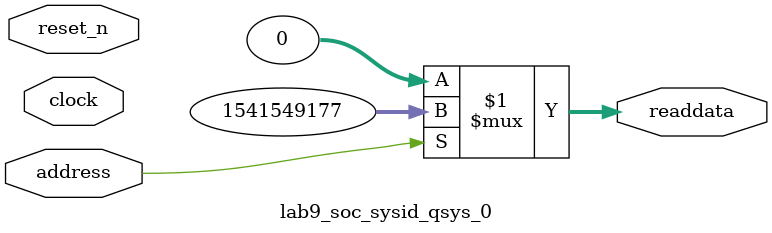
<source format=v>



// synthesis translate_off
`timescale 1ns / 1ps
// synthesis translate_on

// turn off superfluous verilog processor warnings 
// altera message_level Level1 
// altera message_off 10034 10035 10036 10037 10230 10240 10030 

module lab9_soc_sysid_qsys_0 (
               // inputs:
                address,
                clock,
                reset_n,

               // outputs:
                readdata
             )
;

  output  [ 31: 0] readdata;
  input            address;
  input            clock;
  input            reset_n;

  wire    [ 31: 0] readdata;
  //control_slave, which is an e_avalon_slave
  assign readdata = address ? 1541549177 : 0;

endmodule



</source>
